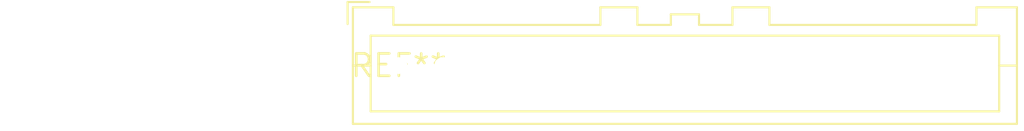
<source format=kicad_pcb>
(kicad_pcb (version 20240108) (generator pcbnew)
  (layers (0 "F.Cu" signal) (31 "B.Cu" signal) (34 "B.Paste" user) (35 "F.Paste" user) (36 "B.SilkS" user "B.Silkscreen") (37 "F.SilkS" user "F.Silkscreen") (38 "B.Mask" user) (39 "F.Mask" user) (44 "Edge.Cuts" user))
  (net 0 "")
  (footprint "JST_XA_B14B-XASK-1_1x14_P2.50mm_Vertical" (layer "F.Cu") (at 0 0)
    (property "Reference" "REF**")
    (property "Value" "JST_XA_B14B-XASK-1_1x14_P2.50mm_Vertical")
    (fp_line (start -2.91 -3.61) (end -2.91 -2.36) (layer "F.SilkS") (stroke (width 0.12)))
    (fp_line (start -2.61 -3.31) (end -2.61 3.31) (layer "F.SilkS") (stroke (width 0.12)))
    (fp_line (start -2.61 0) (end -1.6 0) (layer "F.SilkS") (stroke (width 0.12)))
    (fp_line (start -2.61 3.31) (end 35.11 3.31) (layer "F.SilkS") (stroke (width 0.12)))
    (fp_line (start -1.66 -3.61) (end -2.91 -3.61) (layer "F.SilkS") (stroke (width 0.12)))
    (fp_line (start -1.6 -1.7) (end -1.6 2.6) (layer "F.SilkS") (stroke (width 0.12)))
    (fp_line (start -1.6 2.6) (end 34.1 2.6) (layer "F.SilkS") (stroke (width 0.12)))
    (fp_line (start -0.31 -3.31) (end -2.61 -3.31) (layer "F.SilkS") (stroke (width 0.12)))
    (fp_line (start -0.31 -2.31) (end -0.31 -3.31) (layer "F.SilkS") (stroke (width 0.12)))
    (fp_line (start 11.45 -3.31) (end 11.45 -2.31) (layer "F.SilkS") (stroke (width 0.12)))
    (fp_line (start 11.45 -2.31) (end -0.31 -2.31) (layer "F.SilkS") (stroke (width 0.12)))
    (fp_line (start 13.55 -3.31) (end 11.45 -3.31) (layer "F.SilkS") (stroke (width 0.12)))
    (fp_line (start 13.55 -2.31) (end 13.55 -3.31) (layer "F.SilkS") (stroke (width 0.12)))
    (fp_line (start 15.45 -2.91) (end 15.45 -2.31) (layer "F.SilkS") (stroke (width 0.12)))
    (fp_line (start 15.45 -2.31) (end 13.55 -2.31) (layer "F.SilkS") (stroke (width 0.12)))
    (fp_line (start 17.05 -2.91) (end 15.45 -2.91) (layer "F.SilkS") (stroke (width 0.12)))
    (fp_line (start 17.05 -2.31) (end 17.05 -2.91) (layer "F.SilkS") (stroke (width 0.12)))
    (fp_line (start 18.95 -3.31) (end 18.95 -2.31) (layer "F.SilkS") (stroke (width 0.12)))
    (fp_line (start 18.95 -2.31) (end 17.05 -2.31) (layer "F.SilkS") (stroke (width 0.12)))
    (fp_line (start 21.05 -3.31) (end 18.95 -3.31) (layer "F.SilkS") (stroke (width 0.12)))
    (fp_line (start 21.05 -2.31) (end 21.05 -3.31) (layer "F.SilkS") (stroke (width 0.12)))
    (fp_line (start 32.81 -3.31) (end 32.81 -2.31) (layer "F.SilkS") (stroke (width 0.12)))
    (fp_line (start 32.81 -2.31) (end 21.05 -2.31) (layer "F.SilkS") (stroke (width 0.12)))
    (fp_line (start 34.1 -1.7) (end -1.6 -1.7) (layer "F.SilkS") (stroke (width 0.12)))
    (fp_line (start 34.1 2.6) (end 34.1 -1.7) (layer "F.SilkS") (stroke (width 0.12)))
    (fp_line (start 35.11 -3.31) (end 32.81 -3.31) (layer "F.SilkS") (stroke (width 0.12)))
    (fp_line (start 35.11 0) (end 34.1 0) (layer "F.SilkS") (stroke (width 0.12)))
    (fp_line (start 35.11 3.31) (end 35.11 -3.31) (layer "F.SilkS") (stroke (width 0.12)))
    (pad "1" thru_hole roundrect (at 0 0) (size 1.7 1.95) (drill 0.95) (layers *.Cu *.Mask) (remove_unused_layers) (roundrect_rratio 0.147059))
    (pad "2" thru_hole oval (at 2.5 0) (size 1.7 1.95) (drill 0.95) (layers *.Cu *.Mask) (remove_unused_layers))
    (pad "3" thru_hole oval (at 5 0) (size 1.7 1.95) (drill 0.95) (layers *.Cu *.Mask) (remove_unused_layers))
    (pad "4" thru_hole oval (at 7.5 0) (size 1.7 1.95) (drill 0.95) (layers *.Cu *.Mask) (remove_unused_layers))
    (pad "5" thru_hole oval (at 10 0) (size 1.7 1.95) (drill 0.95) (layers *.Cu *.Mask) (remove_unused_layers))
    (pad "6" thru_hole oval (at 12.5 0) (size 1.7 1.95) (drill 0.95) (layers *.Cu *.Mask) (remove_unused_layers))
    (pad "7" thru_hole oval (at 15 0) (size 1.7 1.95) (drill 0.95) (layers *.Cu *.Mask) (remove_unused_layers))
    (pad "8" thru_hole oval (at 17.5 0) (size 1.7 1.95) (drill 0.95) (layers *.Cu *.Mask) (remove_unused_layers))
    (pad "9" thru_hole oval (at 20 0) (size 1.7 1.95) (drill 0.95) (layers *.Cu *.Mask) (remove_unused_layers))
    (pad "10" thru_hole oval (at 22.5 0) (size 1.7 1.95) (drill 0.95) (layers *.Cu *.Mask) (remove_unused_layers))
    (pad "11" thru_hole oval (at 25 0) (size 1.7 1.95) (drill 0.95) (layers *.Cu *.Mask) (remove_unused_layers))
    (pad "12" thru_hole oval (at 27.5 0) (size 1.7 1.95) (drill 0.95) (layers *.Cu *.Mask) (remove_unused_layers))
    (pad "13" thru_hole oval (at 30 0) (size 1.7 1.95) (drill 0.95) (layers *.Cu *.Mask) (remove_unused_layers))
    (pad "14" thru_hole oval (at 32.5 0) (size 1.7 1.95) (drill 0.95) (layers *.Cu *.Mask) (remove_unused_layers))
  )
)
</source>
